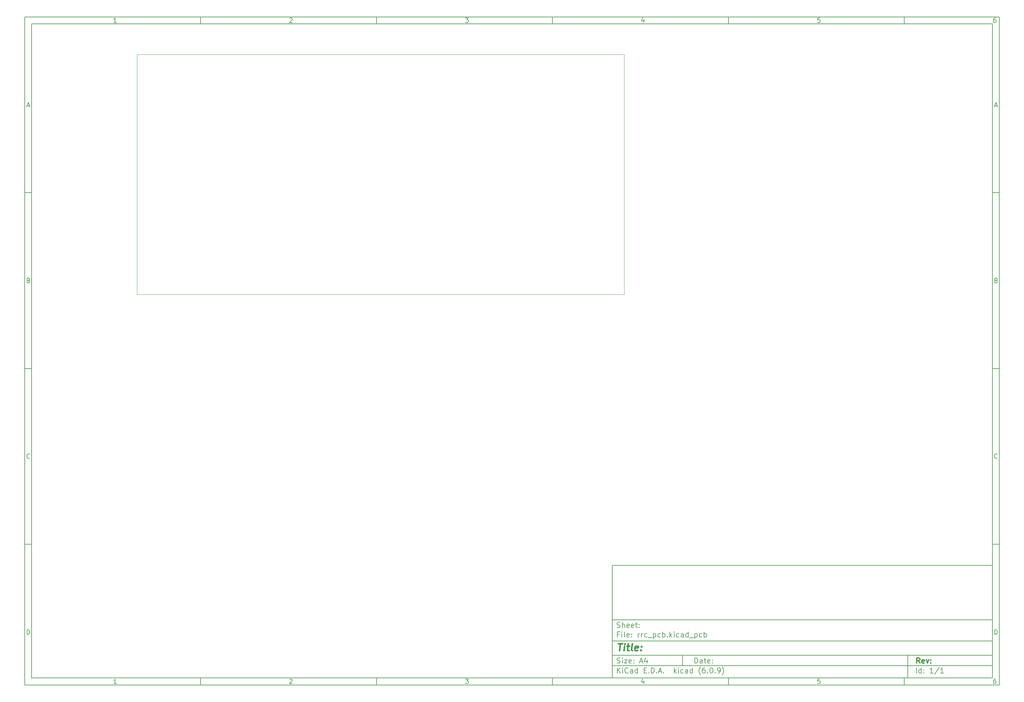
<source format=gbr>
%TF.GenerationSoftware,KiCad,Pcbnew,(6.0.9)*%
%TF.CreationDate,2023-02-07T01:37:56-05:00*%
%TF.ProjectId,rrc_pcb,7272635f-7063-4622-9e6b-696361645f70,rev?*%
%TF.SameCoordinates,Original*%
%TF.FileFunction,Profile,NP*%
%FSLAX46Y46*%
G04 Gerber Fmt 4.6, Leading zero omitted, Abs format (unit mm)*
G04 Created by KiCad (PCBNEW (6.0.9)) date 2023-02-07 01:37:56*
%MOMM*%
%LPD*%
G01*
G04 APERTURE LIST*
%ADD10C,0.100000*%
%ADD11C,0.150000*%
%ADD12C,0.300000*%
%ADD13C,0.400000*%
%TA.AperFunction,Profile*%
%ADD14C,0.050000*%
%TD*%
G04 APERTURE END LIST*
D10*
D11*
X177002200Y-166007200D02*
X177002200Y-198007200D01*
X285002200Y-198007200D01*
X285002200Y-166007200D01*
X177002200Y-166007200D01*
D10*
D11*
X10000000Y-10000000D02*
X10000000Y-200007200D01*
X287002200Y-200007200D01*
X287002200Y-10000000D01*
X10000000Y-10000000D01*
D10*
D11*
X12000000Y-12000000D02*
X12000000Y-198007200D01*
X285002200Y-198007200D01*
X285002200Y-12000000D01*
X12000000Y-12000000D01*
D10*
D11*
X60000000Y-12000000D02*
X60000000Y-10000000D01*
D10*
D11*
X110000000Y-12000000D02*
X110000000Y-10000000D01*
D10*
D11*
X160000000Y-12000000D02*
X160000000Y-10000000D01*
D10*
D11*
X210000000Y-12000000D02*
X210000000Y-10000000D01*
D10*
D11*
X260000000Y-12000000D02*
X260000000Y-10000000D01*
D10*
D11*
X36065476Y-11588095D02*
X35322619Y-11588095D01*
X35694047Y-11588095D02*
X35694047Y-10288095D01*
X35570238Y-10473809D01*
X35446428Y-10597619D01*
X35322619Y-10659523D01*
D10*
D11*
X85322619Y-10411904D02*
X85384523Y-10350000D01*
X85508333Y-10288095D01*
X85817857Y-10288095D01*
X85941666Y-10350000D01*
X86003571Y-10411904D01*
X86065476Y-10535714D01*
X86065476Y-10659523D01*
X86003571Y-10845238D01*
X85260714Y-11588095D01*
X86065476Y-11588095D01*
D10*
D11*
X135260714Y-10288095D02*
X136065476Y-10288095D01*
X135632142Y-10783333D01*
X135817857Y-10783333D01*
X135941666Y-10845238D01*
X136003571Y-10907142D01*
X136065476Y-11030952D01*
X136065476Y-11340476D01*
X136003571Y-11464285D01*
X135941666Y-11526190D01*
X135817857Y-11588095D01*
X135446428Y-11588095D01*
X135322619Y-11526190D01*
X135260714Y-11464285D01*
D10*
D11*
X185941666Y-10721428D02*
X185941666Y-11588095D01*
X185632142Y-10226190D02*
X185322619Y-11154761D01*
X186127380Y-11154761D01*
D10*
D11*
X236003571Y-10288095D02*
X235384523Y-10288095D01*
X235322619Y-10907142D01*
X235384523Y-10845238D01*
X235508333Y-10783333D01*
X235817857Y-10783333D01*
X235941666Y-10845238D01*
X236003571Y-10907142D01*
X236065476Y-11030952D01*
X236065476Y-11340476D01*
X236003571Y-11464285D01*
X235941666Y-11526190D01*
X235817857Y-11588095D01*
X235508333Y-11588095D01*
X235384523Y-11526190D01*
X235322619Y-11464285D01*
D10*
D11*
X285941666Y-10288095D02*
X285694047Y-10288095D01*
X285570238Y-10350000D01*
X285508333Y-10411904D01*
X285384523Y-10597619D01*
X285322619Y-10845238D01*
X285322619Y-11340476D01*
X285384523Y-11464285D01*
X285446428Y-11526190D01*
X285570238Y-11588095D01*
X285817857Y-11588095D01*
X285941666Y-11526190D01*
X286003571Y-11464285D01*
X286065476Y-11340476D01*
X286065476Y-11030952D01*
X286003571Y-10907142D01*
X285941666Y-10845238D01*
X285817857Y-10783333D01*
X285570238Y-10783333D01*
X285446428Y-10845238D01*
X285384523Y-10907142D01*
X285322619Y-11030952D01*
D10*
D11*
X60000000Y-198007200D02*
X60000000Y-200007200D01*
D10*
D11*
X110000000Y-198007200D02*
X110000000Y-200007200D01*
D10*
D11*
X160000000Y-198007200D02*
X160000000Y-200007200D01*
D10*
D11*
X210000000Y-198007200D02*
X210000000Y-200007200D01*
D10*
D11*
X260000000Y-198007200D02*
X260000000Y-200007200D01*
D10*
D11*
X36065476Y-199595295D02*
X35322619Y-199595295D01*
X35694047Y-199595295D02*
X35694047Y-198295295D01*
X35570238Y-198481009D01*
X35446428Y-198604819D01*
X35322619Y-198666723D01*
D10*
D11*
X85322619Y-198419104D02*
X85384523Y-198357200D01*
X85508333Y-198295295D01*
X85817857Y-198295295D01*
X85941666Y-198357200D01*
X86003571Y-198419104D01*
X86065476Y-198542914D01*
X86065476Y-198666723D01*
X86003571Y-198852438D01*
X85260714Y-199595295D01*
X86065476Y-199595295D01*
D10*
D11*
X135260714Y-198295295D02*
X136065476Y-198295295D01*
X135632142Y-198790533D01*
X135817857Y-198790533D01*
X135941666Y-198852438D01*
X136003571Y-198914342D01*
X136065476Y-199038152D01*
X136065476Y-199347676D01*
X136003571Y-199471485D01*
X135941666Y-199533390D01*
X135817857Y-199595295D01*
X135446428Y-199595295D01*
X135322619Y-199533390D01*
X135260714Y-199471485D01*
D10*
D11*
X185941666Y-198728628D02*
X185941666Y-199595295D01*
X185632142Y-198233390D02*
X185322619Y-199161961D01*
X186127380Y-199161961D01*
D10*
D11*
X236003571Y-198295295D02*
X235384523Y-198295295D01*
X235322619Y-198914342D01*
X235384523Y-198852438D01*
X235508333Y-198790533D01*
X235817857Y-198790533D01*
X235941666Y-198852438D01*
X236003571Y-198914342D01*
X236065476Y-199038152D01*
X236065476Y-199347676D01*
X236003571Y-199471485D01*
X235941666Y-199533390D01*
X235817857Y-199595295D01*
X235508333Y-199595295D01*
X235384523Y-199533390D01*
X235322619Y-199471485D01*
D10*
D11*
X285941666Y-198295295D02*
X285694047Y-198295295D01*
X285570238Y-198357200D01*
X285508333Y-198419104D01*
X285384523Y-198604819D01*
X285322619Y-198852438D01*
X285322619Y-199347676D01*
X285384523Y-199471485D01*
X285446428Y-199533390D01*
X285570238Y-199595295D01*
X285817857Y-199595295D01*
X285941666Y-199533390D01*
X286003571Y-199471485D01*
X286065476Y-199347676D01*
X286065476Y-199038152D01*
X286003571Y-198914342D01*
X285941666Y-198852438D01*
X285817857Y-198790533D01*
X285570238Y-198790533D01*
X285446428Y-198852438D01*
X285384523Y-198914342D01*
X285322619Y-199038152D01*
D10*
D11*
X10000000Y-60000000D02*
X12000000Y-60000000D01*
D10*
D11*
X10000000Y-110000000D02*
X12000000Y-110000000D01*
D10*
D11*
X10000000Y-160000000D02*
X12000000Y-160000000D01*
D10*
D11*
X10690476Y-35216666D02*
X11309523Y-35216666D01*
X10566666Y-35588095D02*
X11000000Y-34288095D01*
X11433333Y-35588095D01*
D10*
D11*
X11092857Y-84907142D02*
X11278571Y-84969047D01*
X11340476Y-85030952D01*
X11402380Y-85154761D01*
X11402380Y-85340476D01*
X11340476Y-85464285D01*
X11278571Y-85526190D01*
X11154761Y-85588095D01*
X10659523Y-85588095D01*
X10659523Y-84288095D01*
X11092857Y-84288095D01*
X11216666Y-84350000D01*
X11278571Y-84411904D01*
X11340476Y-84535714D01*
X11340476Y-84659523D01*
X11278571Y-84783333D01*
X11216666Y-84845238D01*
X11092857Y-84907142D01*
X10659523Y-84907142D01*
D10*
D11*
X11402380Y-135464285D02*
X11340476Y-135526190D01*
X11154761Y-135588095D01*
X11030952Y-135588095D01*
X10845238Y-135526190D01*
X10721428Y-135402380D01*
X10659523Y-135278571D01*
X10597619Y-135030952D01*
X10597619Y-134845238D01*
X10659523Y-134597619D01*
X10721428Y-134473809D01*
X10845238Y-134350000D01*
X11030952Y-134288095D01*
X11154761Y-134288095D01*
X11340476Y-134350000D01*
X11402380Y-134411904D01*
D10*
D11*
X10659523Y-185588095D02*
X10659523Y-184288095D01*
X10969047Y-184288095D01*
X11154761Y-184350000D01*
X11278571Y-184473809D01*
X11340476Y-184597619D01*
X11402380Y-184845238D01*
X11402380Y-185030952D01*
X11340476Y-185278571D01*
X11278571Y-185402380D01*
X11154761Y-185526190D01*
X10969047Y-185588095D01*
X10659523Y-185588095D01*
D10*
D11*
X287002200Y-60000000D02*
X285002200Y-60000000D01*
D10*
D11*
X287002200Y-110000000D02*
X285002200Y-110000000D01*
D10*
D11*
X287002200Y-160000000D02*
X285002200Y-160000000D01*
D10*
D11*
X285692676Y-35216666D02*
X286311723Y-35216666D01*
X285568866Y-35588095D02*
X286002200Y-34288095D01*
X286435533Y-35588095D01*
D10*
D11*
X286095057Y-84907142D02*
X286280771Y-84969047D01*
X286342676Y-85030952D01*
X286404580Y-85154761D01*
X286404580Y-85340476D01*
X286342676Y-85464285D01*
X286280771Y-85526190D01*
X286156961Y-85588095D01*
X285661723Y-85588095D01*
X285661723Y-84288095D01*
X286095057Y-84288095D01*
X286218866Y-84350000D01*
X286280771Y-84411904D01*
X286342676Y-84535714D01*
X286342676Y-84659523D01*
X286280771Y-84783333D01*
X286218866Y-84845238D01*
X286095057Y-84907142D01*
X285661723Y-84907142D01*
D10*
D11*
X286404580Y-135464285D02*
X286342676Y-135526190D01*
X286156961Y-135588095D01*
X286033152Y-135588095D01*
X285847438Y-135526190D01*
X285723628Y-135402380D01*
X285661723Y-135278571D01*
X285599819Y-135030952D01*
X285599819Y-134845238D01*
X285661723Y-134597619D01*
X285723628Y-134473809D01*
X285847438Y-134350000D01*
X286033152Y-134288095D01*
X286156961Y-134288095D01*
X286342676Y-134350000D01*
X286404580Y-134411904D01*
D10*
D11*
X285661723Y-185588095D02*
X285661723Y-184288095D01*
X285971247Y-184288095D01*
X286156961Y-184350000D01*
X286280771Y-184473809D01*
X286342676Y-184597619D01*
X286404580Y-184845238D01*
X286404580Y-185030952D01*
X286342676Y-185278571D01*
X286280771Y-185402380D01*
X286156961Y-185526190D01*
X285971247Y-185588095D01*
X285661723Y-185588095D01*
D10*
D11*
X200434342Y-193785771D02*
X200434342Y-192285771D01*
X200791485Y-192285771D01*
X201005771Y-192357200D01*
X201148628Y-192500057D01*
X201220057Y-192642914D01*
X201291485Y-192928628D01*
X201291485Y-193142914D01*
X201220057Y-193428628D01*
X201148628Y-193571485D01*
X201005771Y-193714342D01*
X200791485Y-193785771D01*
X200434342Y-193785771D01*
X202577200Y-193785771D02*
X202577200Y-193000057D01*
X202505771Y-192857200D01*
X202362914Y-192785771D01*
X202077200Y-192785771D01*
X201934342Y-192857200D01*
X202577200Y-193714342D02*
X202434342Y-193785771D01*
X202077200Y-193785771D01*
X201934342Y-193714342D01*
X201862914Y-193571485D01*
X201862914Y-193428628D01*
X201934342Y-193285771D01*
X202077200Y-193214342D01*
X202434342Y-193214342D01*
X202577200Y-193142914D01*
X203077200Y-192785771D02*
X203648628Y-192785771D01*
X203291485Y-192285771D02*
X203291485Y-193571485D01*
X203362914Y-193714342D01*
X203505771Y-193785771D01*
X203648628Y-193785771D01*
X204720057Y-193714342D02*
X204577200Y-193785771D01*
X204291485Y-193785771D01*
X204148628Y-193714342D01*
X204077200Y-193571485D01*
X204077200Y-193000057D01*
X204148628Y-192857200D01*
X204291485Y-192785771D01*
X204577200Y-192785771D01*
X204720057Y-192857200D01*
X204791485Y-193000057D01*
X204791485Y-193142914D01*
X204077200Y-193285771D01*
X205434342Y-193642914D02*
X205505771Y-193714342D01*
X205434342Y-193785771D01*
X205362914Y-193714342D01*
X205434342Y-193642914D01*
X205434342Y-193785771D01*
X205434342Y-192857200D02*
X205505771Y-192928628D01*
X205434342Y-193000057D01*
X205362914Y-192928628D01*
X205434342Y-192857200D01*
X205434342Y-193000057D01*
D10*
D11*
X177002200Y-194507200D02*
X285002200Y-194507200D01*
D10*
D11*
X178434342Y-196585771D02*
X178434342Y-195085771D01*
X179291485Y-196585771D02*
X178648628Y-195728628D01*
X179291485Y-195085771D02*
X178434342Y-195942914D01*
X179934342Y-196585771D02*
X179934342Y-195585771D01*
X179934342Y-195085771D02*
X179862914Y-195157200D01*
X179934342Y-195228628D01*
X180005771Y-195157200D01*
X179934342Y-195085771D01*
X179934342Y-195228628D01*
X181505771Y-196442914D02*
X181434342Y-196514342D01*
X181220057Y-196585771D01*
X181077200Y-196585771D01*
X180862914Y-196514342D01*
X180720057Y-196371485D01*
X180648628Y-196228628D01*
X180577200Y-195942914D01*
X180577200Y-195728628D01*
X180648628Y-195442914D01*
X180720057Y-195300057D01*
X180862914Y-195157200D01*
X181077200Y-195085771D01*
X181220057Y-195085771D01*
X181434342Y-195157200D01*
X181505771Y-195228628D01*
X182791485Y-196585771D02*
X182791485Y-195800057D01*
X182720057Y-195657200D01*
X182577200Y-195585771D01*
X182291485Y-195585771D01*
X182148628Y-195657200D01*
X182791485Y-196514342D02*
X182648628Y-196585771D01*
X182291485Y-196585771D01*
X182148628Y-196514342D01*
X182077200Y-196371485D01*
X182077200Y-196228628D01*
X182148628Y-196085771D01*
X182291485Y-196014342D01*
X182648628Y-196014342D01*
X182791485Y-195942914D01*
X184148628Y-196585771D02*
X184148628Y-195085771D01*
X184148628Y-196514342D02*
X184005771Y-196585771D01*
X183720057Y-196585771D01*
X183577200Y-196514342D01*
X183505771Y-196442914D01*
X183434342Y-196300057D01*
X183434342Y-195871485D01*
X183505771Y-195728628D01*
X183577200Y-195657200D01*
X183720057Y-195585771D01*
X184005771Y-195585771D01*
X184148628Y-195657200D01*
X186005771Y-195800057D02*
X186505771Y-195800057D01*
X186720057Y-196585771D02*
X186005771Y-196585771D01*
X186005771Y-195085771D01*
X186720057Y-195085771D01*
X187362914Y-196442914D02*
X187434342Y-196514342D01*
X187362914Y-196585771D01*
X187291485Y-196514342D01*
X187362914Y-196442914D01*
X187362914Y-196585771D01*
X188077200Y-196585771D02*
X188077200Y-195085771D01*
X188434342Y-195085771D01*
X188648628Y-195157200D01*
X188791485Y-195300057D01*
X188862914Y-195442914D01*
X188934342Y-195728628D01*
X188934342Y-195942914D01*
X188862914Y-196228628D01*
X188791485Y-196371485D01*
X188648628Y-196514342D01*
X188434342Y-196585771D01*
X188077200Y-196585771D01*
X189577200Y-196442914D02*
X189648628Y-196514342D01*
X189577200Y-196585771D01*
X189505771Y-196514342D01*
X189577200Y-196442914D01*
X189577200Y-196585771D01*
X190220057Y-196157200D02*
X190934342Y-196157200D01*
X190077200Y-196585771D02*
X190577200Y-195085771D01*
X191077200Y-196585771D01*
X191577200Y-196442914D02*
X191648628Y-196514342D01*
X191577200Y-196585771D01*
X191505771Y-196514342D01*
X191577200Y-196442914D01*
X191577200Y-196585771D01*
X194577200Y-196585771D02*
X194577200Y-195085771D01*
X194720057Y-196014342D02*
X195148628Y-196585771D01*
X195148628Y-195585771D02*
X194577200Y-196157200D01*
X195791485Y-196585771D02*
X195791485Y-195585771D01*
X195791485Y-195085771D02*
X195720057Y-195157200D01*
X195791485Y-195228628D01*
X195862914Y-195157200D01*
X195791485Y-195085771D01*
X195791485Y-195228628D01*
X197148628Y-196514342D02*
X197005771Y-196585771D01*
X196720057Y-196585771D01*
X196577200Y-196514342D01*
X196505771Y-196442914D01*
X196434342Y-196300057D01*
X196434342Y-195871485D01*
X196505771Y-195728628D01*
X196577200Y-195657200D01*
X196720057Y-195585771D01*
X197005771Y-195585771D01*
X197148628Y-195657200D01*
X198434342Y-196585771D02*
X198434342Y-195800057D01*
X198362914Y-195657200D01*
X198220057Y-195585771D01*
X197934342Y-195585771D01*
X197791485Y-195657200D01*
X198434342Y-196514342D02*
X198291485Y-196585771D01*
X197934342Y-196585771D01*
X197791485Y-196514342D01*
X197720057Y-196371485D01*
X197720057Y-196228628D01*
X197791485Y-196085771D01*
X197934342Y-196014342D01*
X198291485Y-196014342D01*
X198434342Y-195942914D01*
X199791485Y-196585771D02*
X199791485Y-195085771D01*
X199791485Y-196514342D02*
X199648628Y-196585771D01*
X199362914Y-196585771D01*
X199220057Y-196514342D01*
X199148628Y-196442914D01*
X199077200Y-196300057D01*
X199077200Y-195871485D01*
X199148628Y-195728628D01*
X199220057Y-195657200D01*
X199362914Y-195585771D01*
X199648628Y-195585771D01*
X199791485Y-195657200D01*
X202077200Y-197157200D02*
X202005771Y-197085771D01*
X201862914Y-196871485D01*
X201791485Y-196728628D01*
X201720057Y-196514342D01*
X201648628Y-196157200D01*
X201648628Y-195871485D01*
X201720057Y-195514342D01*
X201791485Y-195300057D01*
X201862914Y-195157200D01*
X202005771Y-194942914D01*
X202077200Y-194871485D01*
X203291485Y-195085771D02*
X203005771Y-195085771D01*
X202862914Y-195157200D01*
X202791485Y-195228628D01*
X202648628Y-195442914D01*
X202577200Y-195728628D01*
X202577200Y-196300057D01*
X202648628Y-196442914D01*
X202720057Y-196514342D01*
X202862914Y-196585771D01*
X203148628Y-196585771D01*
X203291485Y-196514342D01*
X203362914Y-196442914D01*
X203434342Y-196300057D01*
X203434342Y-195942914D01*
X203362914Y-195800057D01*
X203291485Y-195728628D01*
X203148628Y-195657200D01*
X202862914Y-195657200D01*
X202720057Y-195728628D01*
X202648628Y-195800057D01*
X202577200Y-195942914D01*
X204077200Y-196442914D02*
X204148628Y-196514342D01*
X204077200Y-196585771D01*
X204005771Y-196514342D01*
X204077200Y-196442914D01*
X204077200Y-196585771D01*
X205077200Y-195085771D02*
X205220057Y-195085771D01*
X205362914Y-195157200D01*
X205434342Y-195228628D01*
X205505771Y-195371485D01*
X205577200Y-195657200D01*
X205577200Y-196014342D01*
X205505771Y-196300057D01*
X205434342Y-196442914D01*
X205362914Y-196514342D01*
X205220057Y-196585771D01*
X205077200Y-196585771D01*
X204934342Y-196514342D01*
X204862914Y-196442914D01*
X204791485Y-196300057D01*
X204720057Y-196014342D01*
X204720057Y-195657200D01*
X204791485Y-195371485D01*
X204862914Y-195228628D01*
X204934342Y-195157200D01*
X205077200Y-195085771D01*
X206220057Y-196442914D02*
X206291485Y-196514342D01*
X206220057Y-196585771D01*
X206148628Y-196514342D01*
X206220057Y-196442914D01*
X206220057Y-196585771D01*
X207005771Y-196585771D02*
X207291485Y-196585771D01*
X207434342Y-196514342D01*
X207505771Y-196442914D01*
X207648628Y-196228628D01*
X207720057Y-195942914D01*
X207720057Y-195371485D01*
X207648628Y-195228628D01*
X207577200Y-195157200D01*
X207434342Y-195085771D01*
X207148628Y-195085771D01*
X207005771Y-195157200D01*
X206934342Y-195228628D01*
X206862914Y-195371485D01*
X206862914Y-195728628D01*
X206934342Y-195871485D01*
X207005771Y-195942914D01*
X207148628Y-196014342D01*
X207434342Y-196014342D01*
X207577200Y-195942914D01*
X207648628Y-195871485D01*
X207720057Y-195728628D01*
X208220057Y-197157200D02*
X208291485Y-197085771D01*
X208434342Y-196871485D01*
X208505771Y-196728628D01*
X208577200Y-196514342D01*
X208648628Y-196157200D01*
X208648628Y-195871485D01*
X208577200Y-195514342D01*
X208505771Y-195300057D01*
X208434342Y-195157200D01*
X208291485Y-194942914D01*
X208220057Y-194871485D01*
D10*
D11*
X177002200Y-191507200D02*
X285002200Y-191507200D01*
D10*
D12*
X264411485Y-193785771D02*
X263911485Y-193071485D01*
X263554342Y-193785771D02*
X263554342Y-192285771D01*
X264125771Y-192285771D01*
X264268628Y-192357200D01*
X264340057Y-192428628D01*
X264411485Y-192571485D01*
X264411485Y-192785771D01*
X264340057Y-192928628D01*
X264268628Y-193000057D01*
X264125771Y-193071485D01*
X263554342Y-193071485D01*
X265625771Y-193714342D02*
X265482914Y-193785771D01*
X265197200Y-193785771D01*
X265054342Y-193714342D01*
X264982914Y-193571485D01*
X264982914Y-193000057D01*
X265054342Y-192857200D01*
X265197200Y-192785771D01*
X265482914Y-192785771D01*
X265625771Y-192857200D01*
X265697200Y-193000057D01*
X265697200Y-193142914D01*
X264982914Y-193285771D01*
X266197200Y-192785771D02*
X266554342Y-193785771D01*
X266911485Y-192785771D01*
X267482914Y-193642914D02*
X267554342Y-193714342D01*
X267482914Y-193785771D01*
X267411485Y-193714342D01*
X267482914Y-193642914D01*
X267482914Y-193785771D01*
X267482914Y-192857200D02*
X267554342Y-192928628D01*
X267482914Y-193000057D01*
X267411485Y-192928628D01*
X267482914Y-192857200D01*
X267482914Y-193000057D01*
D10*
D11*
X178362914Y-193714342D02*
X178577200Y-193785771D01*
X178934342Y-193785771D01*
X179077200Y-193714342D01*
X179148628Y-193642914D01*
X179220057Y-193500057D01*
X179220057Y-193357200D01*
X179148628Y-193214342D01*
X179077200Y-193142914D01*
X178934342Y-193071485D01*
X178648628Y-193000057D01*
X178505771Y-192928628D01*
X178434342Y-192857200D01*
X178362914Y-192714342D01*
X178362914Y-192571485D01*
X178434342Y-192428628D01*
X178505771Y-192357200D01*
X178648628Y-192285771D01*
X179005771Y-192285771D01*
X179220057Y-192357200D01*
X179862914Y-193785771D02*
X179862914Y-192785771D01*
X179862914Y-192285771D02*
X179791485Y-192357200D01*
X179862914Y-192428628D01*
X179934342Y-192357200D01*
X179862914Y-192285771D01*
X179862914Y-192428628D01*
X180434342Y-192785771D02*
X181220057Y-192785771D01*
X180434342Y-193785771D01*
X181220057Y-193785771D01*
X182362914Y-193714342D02*
X182220057Y-193785771D01*
X181934342Y-193785771D01*
X181791485Y-193714342D01*
X181720057Y-193571485D01*
X181720057Y-193000057D01*
X181791485Y-192857200D01*
X181934342Y-192785771D01*
X182220057Y-192785771D01*
X182362914Y-192857200D01*
X182434342Y-193000057D01*
X182434342Y-193142914D01*
X181720057Y-193285771D01*
X183077200Y-193642914D02*
X183148628Y-193714342D01*
X183077200Y-193785771D01*
X183005771Y-193714342D01*
X183077200Y-193642914D01*
X183077200Y-193785771D01*
X183077200Y-192857200D02*
X183148628Y-192928628D01*
X183077200Y-193000057D01*
X183005771Y-192928628D01*
X183077200Y-192857200D01*
X183077200Y-193000057D01*
X184862914Y-193357200D02*
X185577200Y-193357200D01*
X184720057Y-193785771D02*
X185220057Y-192285771D01*
X185720057Y-193785771D01*
X186862914Y-192785771D02*
X186862914Y-193785771D01*
X186505771Y-192214342D02*
X186148628Y-193285771D01*
X187077200Y-193285771D01*
D10*
D11*
X263434342Y-196585771D02*
X263434342Y-195085771D01*
X264791485Y-196585771D02*
X264791485Y-195085771D01*
X264791485Y-196514342D02*
X264648628Y-196585771D01*
X264362914Y-196585771D01*
X264220057Y-196514342D01*
X264148628Y-196442914D01*
X264077200Y-196300057D01*
X264077200Y-195871485D01*
X264148628Y-195728628D01*
X264220057Y-195657200D01*
X264362914Y-195585771D01*
X264648628Y-195585771D01*
X264791485Y-195657200D01*
X265505771Y-196442914D02*
X265577200Y-196514342D01*
X265505771Y-196585771D01*
X265434342Y-196514342D01*
X265505771Y-196442914D01*
X265505771Y-196585771D01*
X265505771Y-195657200D02*
X265577200Y-195728628D01*
X265505771Y-195800057D01*
X265434342Y-195728628D01*
X265505771Y-195657200D01*
X265505771Y-195800057D01*
X268148628Y-196585771D02*
X267291485Y-196585771D01*
X267720057Y-196585771D02*
X267720057Y-195085771D01*
X267577200Y-195300057D01*
X267434342Y-195442914D01*
X267291485Y-195514342D01*
X269862914Y-195014342D02*
X268577200Y-196942914D01*
X271148628Y-196585771D02*
X270291485Y-196585771D01*
X270720057Y-196585771D02*
X270720057Y-195085771D01*
X270577200Y-195300057D01*
X270434342Y-195442914D01*
X270291485Y-195514342D01*
D10*
D11*
X177002200Y-187507200D02*
X285002200Y-187507200D01*
D10*
D13*
X178714580Y-188211961D02*
X179857438Y-188211961D01*
X179036009Y-190211961D02*
X179286009Y-188211961D01*
X180274104Y-190211961D02*
X180440771Y-188878628D01*
X180524104Y-188211961D02*
X180416961Y-188307200D01*
X180500295Y-188402438D01*
X180607438Y-188307200D01*
X180524104Y-188211961D01*
X180500295Y-188402438D01*
X181107438Y-188878628D02*
X181869342Y-188878628D01*
X181476485Y-188211961D02*
X181262200Y-189926247D01*
X181333628Y-190116723D01*
X181512200Y-190211961D01*
X181702676Y-190211961D01*
X182655057Y-190211961D02*
X182476485Y-190116723D01*
X182405057Y-189926247D01*
X182619342Y-188211961D01*
X184190771Y-190116723D02*
X183988390Y-190211961D01*
X183607438Y-190211961D01*
X183428866Y-190116723D01*
X183357438Y-189926247D01*
X183452676Y-189164342D01*
X183571723Y-188973866D01*
X183774104Y-188878628D01*
X184155057Y-188878628D01*
X184333628Y-188973866D01*
X184405057Y-189164342D01*
X184381247Y-189354819D01*
X183405057Y-189545295D01*
X185155057Y-190021485D02*
X185238390Y-190116723D01*
X185131247Y-190211961D01*
X185047914Y-190116723D01*
X185155057Y-190021485D01*
X185131247Y-190211961D01*
X185286009Y-188973866D02*
X185369342Y-189069104D01*
X185262200Y-189164342D01*
X185178866Y-189069104D01*
X185286009Y-188973866D01*
X185262200Y-189164342D01*
D10*
D11*
X178934342Y-185600057D02*
X178434342Y-185600057D01*
X178434342Y-186385771D02*
X178434342Y-184885771D01*
X179148628Y-184885771D01*
X179720057Y-186385771D02*
X179720057Y-185385771D01*
X179720057Y-184885771D02*
X179648628Y-184957200D01*
X179720057Y-185028628D01*
X179791485Y-184957200D01*
X179720057Y-184885771D01*
X179720057Y-185028628D01*
X180648628Y-186385771D02*
X180505771Y-186314342D01*
X180434342Y-186171485D01*
X180434342Y-184885771D01*
X181791485Y-186314342D02*
X181648628Y-186385771D01*
X181362914Y-186385771D01*
X181220057Y-186314342D01*
X181148628Y-186171485D01*
X181148628Y-185600057D01*
X181220057Y-185457200D01*
X181362914Y-185385771D01*
X181648628Y-185385771D01*
X181791485Y-185457200D01*
X181862914Y-185600057D01*
X181862914Y-185742914D01*
X181148628Y-185885771D01*
X182505771Y-186242914D02*
X182577200Y-186314342D01*
X182505771Y-186385771D01*
X182434342Y-186314342D01*
X182505771Y-186242914D01*
X182505771Y-186385771D01*
X182505771Y-185457200D02*
X182577200Y-185528628D01*
X182505771Y-185600057D01*
X182434342Y-185528628D01*
X182505771Y-185457200D01*
X182505771Y-185600057D01*
X184362914Y-186385771D02*
X184362914Y-185385771D01*
X184362914Y-185671485D02*
X184434342Y-185528628D01*
X184505771Y-185457200D01*
X184648628Y-185385771D01*
X184791485Y-185385771D01*
X185291485Y-186385771D02*
X185291485Y-185385771D01*
X185291485Y-185671485D02*
X185362914Y-185528628D01*
X185434342Y-185457200D01*
X185577200Y-185385771D01*
X185720057Y-185385771D01*
X186862914Y-186314342D02*
X186720057Y-186385771D01*
X186434342Y-186385771D01*
X186291485Y-186314342D01*
X186220057Y-186242914D01*
X186148628Y-186100057D01*
X186148628Y-185671485D01*
X186220057Y-185528628D01*
X186291485Y-185457200D01*
X186434342Y-185385771D01*
X186720057Y-185385771D01*
X186862914Y-185457200D01*
X187148628Y-186528628D02*
X188291485Y-186528628D01*
X188648628Y-185385771D02*
X188648628Y-186885771D01*
X188648628Y-185457200D02*
X188791485Y-185385771D01*
X189077200Y-185385771D01*
X189220057Y-185457200D01*
X189291485Y-185528628D01*
X189362914Y-185671485D01*
X189362914Y-186100057D01*
X189291485Y-186242914D01*
X189220057Y-186314342D01*
X189077200Y-186385771D01*
X188791485Y-186385771D01*
X188648628Y-186314342D01*
X190648628Y-186314342D02*
X190505771Y-186385771D01*
X190220057Y-186385771D01*
X190077200Y-186314342D01*
X190005771Y-186242914D01*
X189934342Y-186100057D01*
X189934342Y-185671485D01*
X190005771Y-185528628D01*
X190077200Y-185457200D01*
X190220057Y-185385771D01*
X190505771Y-185385771D01*
X190648628Y-185457200D01*
X191291485Y-186385771D02*
X191291485Y-184885771D01*
X191291485Y-185457200D02*
X191434342Y-185385771D01*
X191720057Y-185385771D01*
X191862914Y-185457200D01*
X191934342Y-185528628D01*
X192005771Y-185671485D01*
X192005771Y-186100057D01*
X191934342Y-186242914D01*
X191862914Y-186314342D01*
X191720057Y-186385771D01*
X191434342Y-186385771D01*
X191291485Y-186314342D01*
X192648628Y-186242914D02*
X192720057Y-186314342D01*
X192648628Y-186385771D01*
X192577200Y-186314342D01*
X192648628Y-186242914D01*
X192648628Y-186385771D01*
X193362914Y-186385771D02*
X193362914Y-184885771D01*
X193505771Y-185814342D02*
X193934342Y-186385771D01*
X193934342Y-185385771D02*
X193362914Y-185957200D01*
X194577200Y-186385771D02*
X194577200Y-185385771D01*
X194577200Y-184885771D02*
X194505771Y-184957200D01*
X194577200Y-185028628D01*
X194648628Y-184957200D01*
X194577200Y-184885771D01*
X194577200Y-185028628D01*
X195934342Y-186314342D02*
X195791485Y-186385771D01*
X195505771Y-186385771D01*
X195362914Y-186314342D01*
X195291485Y-186242914D01*
X195220057Y-186100057D01*
X195220057Y-185671485D01*
X195291485Y-185528628D01*
X195362914Y-185457200D01*
X195505771Y-185385771D01*
X195791485Y-185385771D01*
X195934342Y-185457200D01*
X197220057Y-186385771D02*
X197220057Y-185600057D01*
X197148628Y-185457200D01*
X197005771Y-185385771D01*
X196720057Y-185385771D01*
X196577200Y-185457200D01*
X197220057Y-186314342D02*
X197077200Y-186385771D01*
X196720057Y-186385771D01*
X196577200Y-186314342D01*
X196505771Y-186171485D01*
X196505771Y-186028628D01*
X196577200Y-185885771D01*
X196720057Y-185814342D01*
X197077200Y-185814342D01*
X197220057Y-185742914D01*
X198577200Y-186385771D02*
X198577200Y-184885771D01*
X198577200Y-186314342D02*
X198434342Y-186385771D01*
X198148628Y-186385771D01*
X198005771Y-186314342D01*
X197934342Y-186242914D01*
X197862914Y-186100057D01*
X197862914Y-185671485D01*
X197934342Y-185528628D01*
X198005771Y-185457200D01*
X198148628Y-185385771D01*
X198434342Y-185385771D01*
X198577200Y-185457200D01*
X198934342Y-186528628D02*
X200077200Y-186528628D01*
X200434342Y-185385771D02*
X200434342Y-186885771D01*
X200434342Y-185457200D02*
X200577200Y-185385771D01*
X200862914Y-185385771D01*
X201005771Y-185457200D01*
X201077200Y-185528628D01*
X201148628Y-185671485D01*
X201148628Y-186100057D01*
X201077200Y-186242914D01*
X201005771Y-186314342D01*
X200862914Y-186385771D01*
X200577200Y-186385771D01*
X200434342Y-186314342D01*
X202434342Y-186314342D02*
X202291485Y-186385771D01*
X202005771Y-186385771D01*
X201862914Y-186314342D01*
X201791485Y-186242914D01*
X201720057Y-186100057D01*
X201720057Y-185671485D01*
X201791485Y-185528628D01*
X201862914Y-185457200D01*
X202005771Y-185385771D01*
X202291485Y-185385771D01*
X202434342Y-185457200D01*
X203077200Y-186385771D02*
X203077200Y-184885771D01*
X203077200Y-185457200D02*
X203220057Y-185385771D01*
X203505771Y-185385771D01*
X203648628Y-185457200D01*
X203720057Y-185528628D01*
X203791485Y-185671485D01*
X203791485Y-186100057D01*
X203720057Y-186242914D01*
X203648628Y-186314342D01*
X203505771Y-186385771D01*
X203220057Y-186385771D01*
X203077200Y-186314342D01*
D10*
D11*
X177002200Y-181507200D02*
X285002200Y-181507200D01*
D10*
D11*
X178362914Y-183614342D02*
X178577200Y-183685771D01*
X178934342Y-183685771D01*
X179077200Y-183614342D01*
X179148628Y-183542914D01*
X179220057Y-183400057D01*
X179220057Y-183257200D01*
X179148628Y-183114342D01*
X179077200Y-183042914D01*
X178934342Y-182971485D01*
X178648628Y-182900057D01*
X178505771Y-182828628D01*
X178434342Y-182757200D01*
X178362914Y-182614342D01*
X178362914Y-182471485D01*
X178434342Y-182328628D01*
X178505771Y-182257200D01*
X178648628Y-182185771D01*
X179005771Y-182185771D01*
X179220057Y-182257200D01*
X179862914Y-183685771D02*
X179862914Y-182185771D01*
X180505771Y-183685771D02*
X180505771Y-182900057D01*
X180434342Y-182757200D01*
X180291485Y-182685771D01*
X180077200Y-182685771D01*
X179934342Y-182757200D01*
X179862914Y-182828628D01*
X181791485Y-183614342D02*
X181648628Y-183685771D01*
X181362914Y-183685771D01*
X181220057Y-183614342D01*
X181148628Y-183471485D01*
X181148628Y-182900057D01*
X181220057Y-182757200D01*
X181362914Y-182685771D01*
X181648628Y-182685771D01*
X181791485Y-182757200D01*
X181862914Y-182900057D01*
X181862914Y-183042914D01*
X181148628Y-183185771D01*
X183077200Y-183614342D02*
X182934342Y-183685771D01*
X182648628Y-183685771D01*
X182505771Y-183614342D01*
X182434342Y-183471485D01*
X182434342Y-182900057D01*
X182505771Y-182757200D01*
X182648628Y-182685771D01*
X182934342Y-182685771D01*
X183077200Y-182757200D01*
X183148628Y-182900057D01*
X183148628Y-183042914D01*
X182434342Y-183185771D01*
X183577200Y-182685771D02*
X184148628Y-182685771D01*
X183791485Y-182185771D02*
X183791485Y-183471485D01*
X183862914Y-183614342D01*
X184005771Y-183685771D01*
X184148628Y-183685771D01*
X184648628Y-183542914D02*
X184720057Y-183614342D01*
X184648628Y-183685771D01*
X184577200Y-183614342D01*
X184648628Y-183542914D01*
X184648628Y-183685771D01*
X184648628Y-182757200D02*
X184720057Y-182828628D01*
X184648628Y-182900057D01*
X184577200Y-182828628D01*
X184648628Y-182757200D01*
X184648628Y-182900057D01*
D10*
D12*
D10*
D11*
D10*
D11*
D10*
D11*
D10*
D11*
D10*
D11*
X197002200Y-191507200D02*
X197002200Y-194507200D01*
D10*
D11*
X261002200Y-191507200D02*
X261002200Y-198007200D01*
D14*
X41910000Y-20656715D02*
X180340000Y-20656715D01*
X180340000Y-20656715D02*
X180340000Y-88900000D01*
X180340000Y-88900000D02*
X41910000Y-88900000D01*
X41910000Y-88900000D02*
X41910000Y-20656715D01*
M02*

</source>
